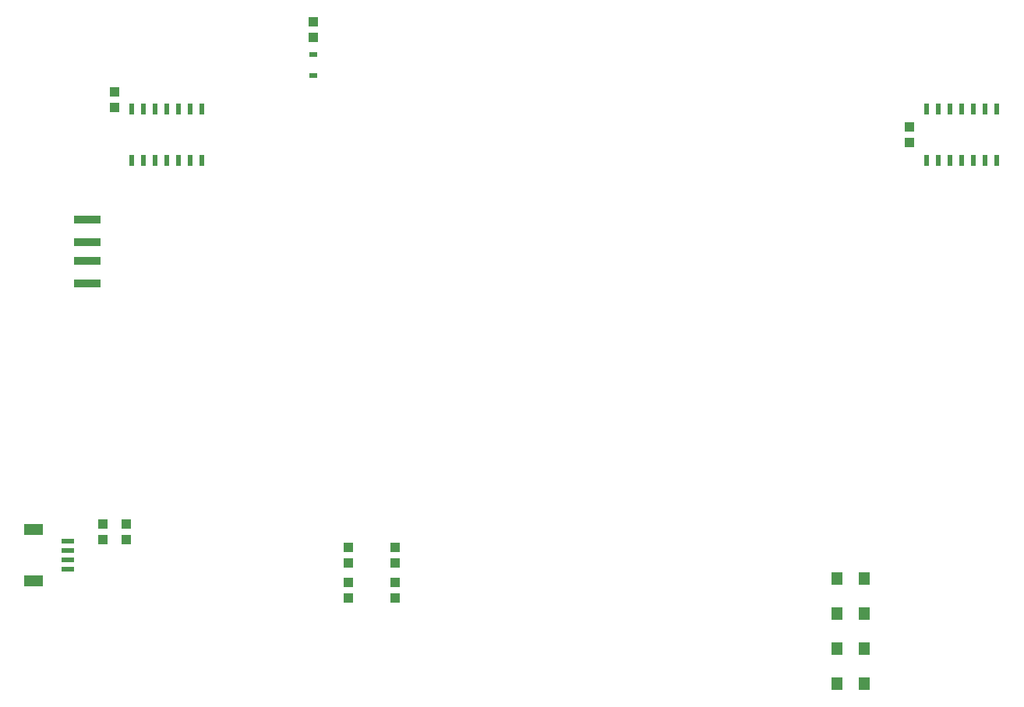
<source format=gtp>
G04 EAGLE Gerber RS-274X export*
G75*
%MOMM*%
%FSLAX34Y34*%
%LPD*%
%INSolderpaste Top*%
%IPPOS*%
%AMOC8*
5,1,8,0,0,1.08239X$1,22.5*%
G01*
%ADD10R,0.600000X1.200000*%
%ADD11R,1.200000X1.400000*%
%ADD12R,1.000000X1.100000*%
%ADD13R,0.830000X0.630000*%
%ADD14R,3.000000X0.900000*%
%ADD15R,2.000000X1.200000*%
%ADD16R,1.350000X0.600000*%


D10*
X1073150Y670500D03*
X1085850Y670500D03*
X1098550Y670500D03*
X1111250Y670500D03*
X1123950Y670500D03*
X1136650Y670500D03*
X1149350Y670500D03*
X1149350Y726500D03*
X1136650Y726500D03*
X1123950Y726500D03*
X1111250Y726500D03*
X1098550Y726500D03*
X1085850Y726500D03*
X1073150Y726500D03*
D11*
X975600Y101600D03*
X1005600Y101600D03*
X975600Y139700D03*
X1005600Y139700D03*
X975600Y177800D03*
X1005600Y177800D03*
X975600Y215900D03*
X1005600Y215900D03*
D12*
X444500Y232800D03*
X444500Y249800D03*
X444500Y194700D03*
X444500Y211700D03*
X495300Y194700D03*
X495300Y211700D03*
X495300Y232800D03*
X495300Y249800D03*
D13*
X406400Y786200D03*
X406400Y763200D03*
D12*
X406400Y804300D03*
X406400Y821300D03*
D14*
X161020Y581500D03*
X161020Y606500D03*
X161020Y561500D03*
X161020Y536500D03*
D10*
X209550Y670500D03*
X222250Y670500D03*
X234950Y670500D03*
X247650Y670500D03*
X260350Y670500D03*
X273050Y670500D03*
X285750Y670500D03*
X285750Y726500D03*
X273050Y726500D03*
X260350Y726500D03*
X247650Y726500D03*
X234950Y726500D03*
X222250Y726500D03*
X209550Y726500D03*
D15*
X102950Y269300D03*
X102950Y213300D03*
D16*
X139700Y256300D03*
X139700Y246300D03*
X139700Y236300D03*
X139700Y226300D03*
D12*
X1054100Y707000D03*
X1054100Y690000D03*
X190500Y728100D03*
X190500Y745100D03*
X177800Y258200D03*
X177800Y275200D03*
X203200Y275200D03*
X203200Y258200D03*
M02*

</source>
